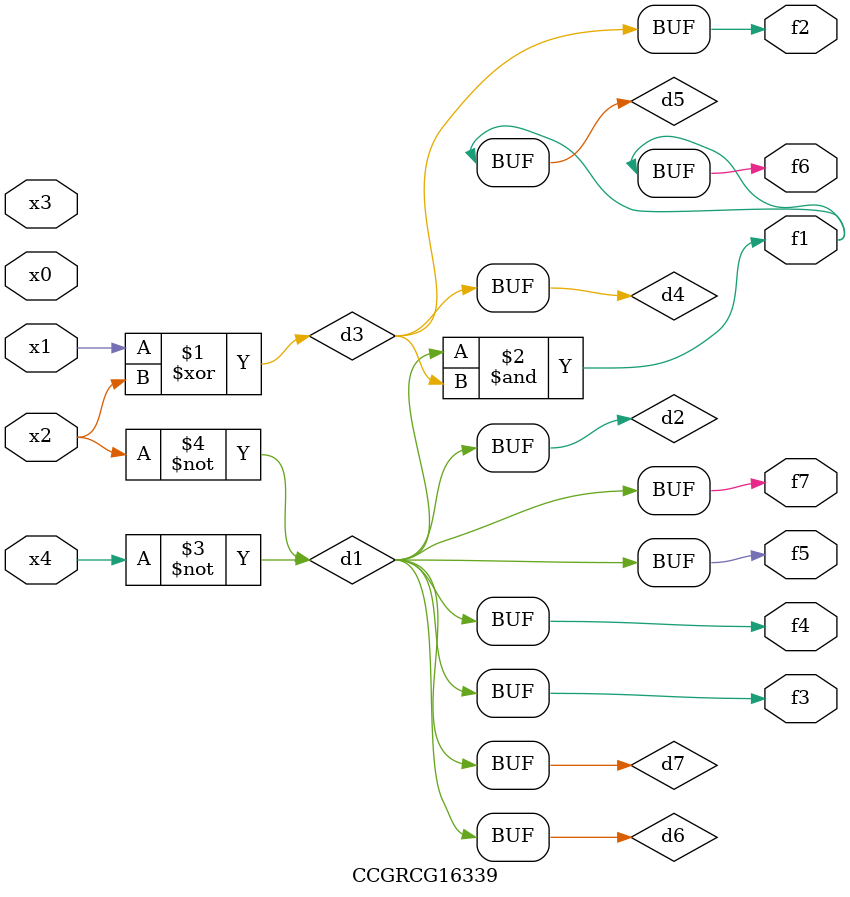
<source format=v>
module CCGRCG16339(
	input x0, x1, x2, x3, x4,
	output f1, f2, f3, f4, f5, f6, f7
);

	wire d1, d2, d3, d4, d5, d6, d7;

	not (d1, x4);
	not (d2, x2);
	xor (d3, x1, x2);
	buf (d4, d3);
	and (d5, d1, d3);
	buf (d6, d1, d2);
	buf (d7, d2);
	assign f1 = d5;
	assign f2 = d4;
	assign f3 = d7;
	assign f4 = d7;
	assign f5 = d7;
	assign f6 = d5;
	assign f7 = d7;
endmodule

</source>
